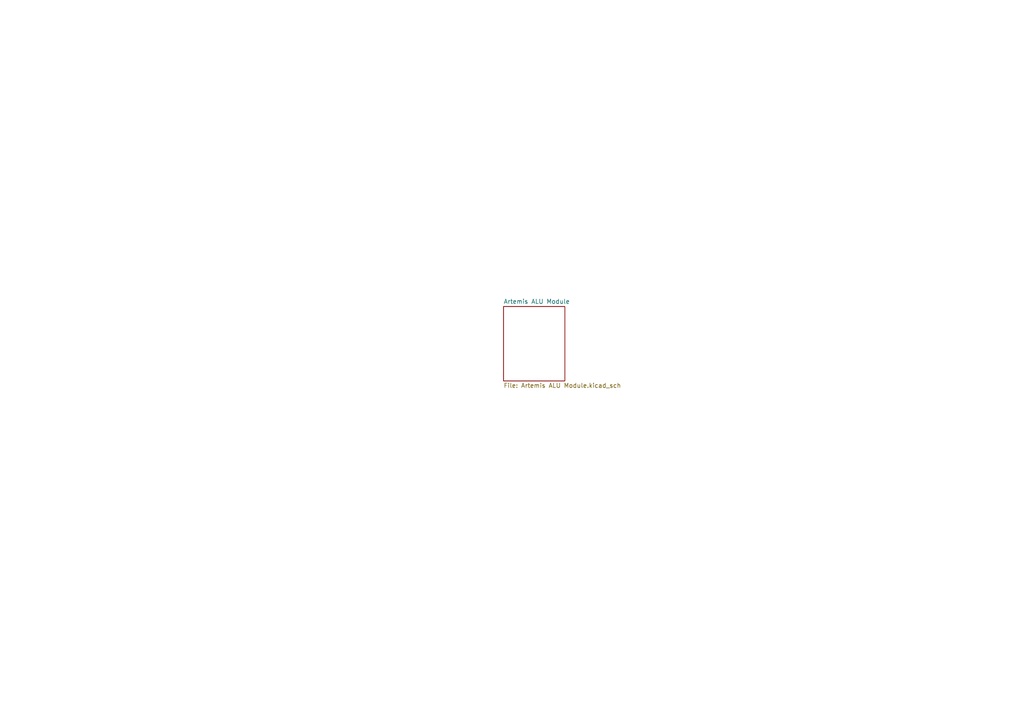
<source format=kicad_sch>
(kicad_sch
	(version 20231120)
	(generator "eeschema")
	(generator_version "8.0")
	(uuid "e5aa38bc-c1b3-42af-8692-454c67b5224c")
	(paper "A4")
	(lib_symbols)
	(sheet
		(at 146.05 88.9)
		(size 17.78 21.59)
		(fields_autoplaced yes)
		(stroke
			(width 0.1524)
			(type solid)
		)
		(fill
			(color 0 0 0 0.0000)
		)
		(uuid "7429cd68-8649-41c9-882b-528396eb7a0e")
		(property "Sheetname" "Artemis ALU Module"
			(at 146.05 88.1884 0)
			(effects
				(font
					(size 1.27 1.27)
				)
				(justify left bottom)
			)
		)
		(property "Sheetfile" "Artemis ALU Module.kicad_sch"
			(at 146.05 111.0746 0)
			(effects
				(font
					(size 1.27 1.27)
				)
				(justify left top)
			)
		)
		(instances
			(project "Artemis Architecture"
				(path "/e5aa38bc-c1b3-42af-8692-454c67b5224c"
					(page "2")
				)
			)
		)
	)
	(sheet_instances
		(path "/"
			(page "1")
		)
	)
)

</source>
